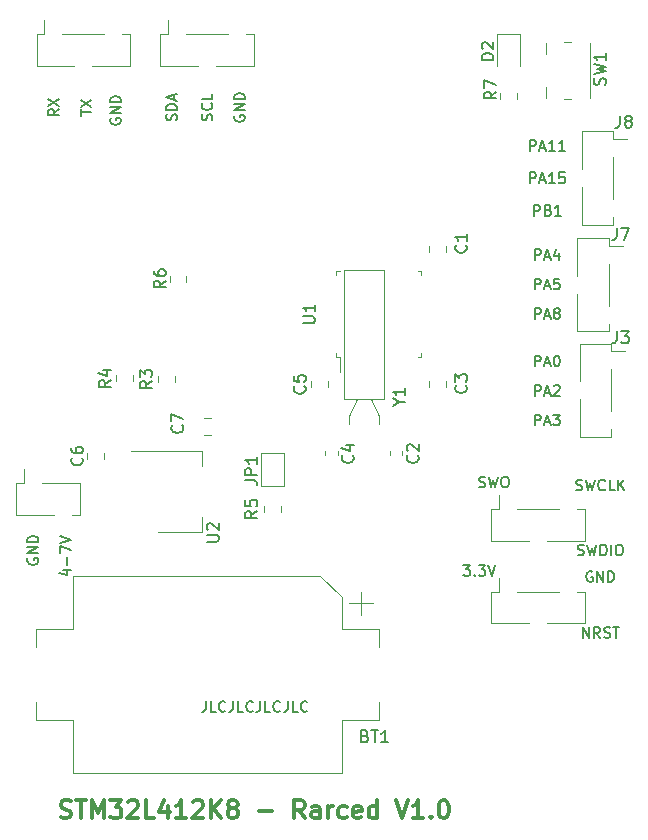
<source format=gbr>
%TF.GenerationSoftware,KiCad,Pcbnew,(5.1.6)-1*%
%TF.CreationDate,2021-01-08T17:07:44+01:00*%
%TF.ProjectId,stm32L412K8T6,73746d33-324c-4343-9132-4b3854362e6b,rev?*%
%TF.SameCoordinates,Original*%
%TF.FileFunction,Legend,Top*%
%TF.FilePolarity,Positive*%
%FSLAX46Y46*%
G04 Gerber Fmt 4.6, Leading zero omitted, Abs format (unit mm)*
G04 Created by KiCad (PCBNEW (5.1.6)-1) date 2021-01-08 17:07:44*
%MOMM*%
%LPD*%
G01*
G04 APERTURE LIST*
%ADD10C,0.150000*%
%ADD11C,0.300000*%
%ADD12C,0.120000*%
G04 APERTURE END LIST*
D10*
X134342857Y-116757142D02*
X134342857Y-117400000D01*
X134300000Y-117528571D01*
X134214285Y-117614285D01*
X134085714Y-117657142D01*
X134000000Y-117657142D01*
X135200000Y-117657142D02*
X134771428Y-117657142D01*
X134771428Y-116757142D01*
X136014285Y-117571428D02*
X135971428Y-117614285D01*
X135842857Y-117657142D01*
X135757142Y-117657142D01*
X135628571Y-117614285D01*
X135542857Y-117528571D01*
X135500000Y-117442857D01*
X135457142Y-117271428D01*
X135457142Y-117142857D01*
X135500000Y-116971428D01*
X135542857Y-116885714D01*
X135628571Y-116800000D01*
X135757142Y-116757142D01*
X135842857Y-116757142D01*
X135971428Y-116800000D01*
X136014285Y-116842857D01*
X136657142Y-116757142D02*
X136657142Y-117400000D01*
X136614285Y-117528571D01*
X136528571Y-117614285D01*
X136400000Y-117657142D01*
X136314285Y-117657142D01*
X137514285Y-117657142D02*
X137085714Y-117657142D01*
X137085714Y-116757142D01*
X138328571Y-117571428D02*
X138285714Y-117614285D01*
X138157142Y-117657142D01*
X138071428Y-117657142D01*
X137942857Y-117614285D01*
X137857142Y-117528571D01*
X137814285Y-117442857D01*
X137771428Y-117271428D01*
X137771428Y-117142857D01*
X137814285Y-116971428D01*
X137857142Y-116885714D01*
X137942857Y-116800000D01*
X138071428Y-116757142D01*
X138157142Y-116757142D01*
X138285714Y-116800000D01*
X138328571Y-116842857D01*
X138971428Y-116757142D02*
X138971428Y-117400000D01*
X138928571Y-117528571D01*
X138842857Y-117614285D01*
X138714285Y-117657142D01*
X138628571Y-117657142D01*
X139828571Y-117657142D02*
X139400000Y-117657142D01*
X139400000Y-116757142D01*
X140642857Y-117571428D02*
X140600000Y-117614285D01*
X140471428Y-117657142D01*
X140385714Y-117657142D01*
X140257142Y-117614285D01*
X140171428Y-117528571D01*
X140128571Y-117442857D01*
X140085714Y-117271428D01*
X140085714Y-117142857D01*
X140128571Y-116971428D01*
X140171428Y-116885714D01*
X140257142Y-116800000D01*
X140385714Y-116757142D01*
X140471428Y-116757142D01*
X140600000Y-116800000D01*
X140642857Y-116842857D01*
X141285714Y-116757142D02*
X141285714Y-117400000D01*
X141242857Y-117528571D01*
X141157142Y-117614285D01*
X141028571Y-117657142D01*
X140942857Y-117657142D01*
X142142857Y-117657142D02*
X141714285Y-117657142D01*
X141714285Y-116757142D01*
X142957142Y-117571428D02*
X142914285Y-117614285D01*
X142785714Y-117657142D01*
X142700000Y-117657142D01*
X142571428Y-117614285D01*
X142485714Y-117528571D01*
X142442857Y-117442857D01*
X142400000Y-117271428D01*
X142400000Y-117142857D01*
X142442857Y-116971428D01*
X142485714Y-116885714D01*
X142571428Y-116800000D01*
X142700000Y-116757142D01*
X142785714Y-116757142D01*
X142914285Y-116800000D01*
X142957142Y-116842857D01*
X136800000Y-67185714D02*
X136757142Y-67271428D01*
X136757142Y-67400000D01*
X136800000Y-67528571D01*
X136885714Y-67614285D01*
X136971428Y-67657142D01*
X137142857Y-67700000D01*
X137271428Y-67700000D01*
X137442857Y-67657142D01*
X137528571Y-67614285D01*
X137614285Y-67528571D01*
X137657142Y-67400000D01*
X137657142Y-67314285D01*
X137614285Y-67185714D01*
X137571428Y-67142857D01*
X137271428Y-67142857D01*
X137271428Y-67314285D01*
X137657142Y-66757142D02*
X136757142Y-66757142D01*
X137657142Y-66242857D01*
X136757142Y-66242857D01*
X137657142Y-65814285D02*
X136757142Y-65814285D01*
X136757142Y-65600000D01*
X136800000Y-65471428D01*
X136885714Y-65385714D01*
X136971428Y-65342857D01*
X137142857Y-65300000D01*
X137271428Y-65300000D01*
X137442857Y-65342857D01*
X137528571Y-65385714D01*
X137614285Y-65471428D01*
X137657142Y-65600000D01*
X137657142Y-65814285D01*
X134864285Y-67571428D02*
X134907142Y-67442857D01*
X134907142Y-67228571D01*
X134864285Y-67142857D01*
X134821428Y-67100000D01*
X134735714Y-67057142D01*
X134650000Y-67057142D01*
X134564285Y-67100000D01*
X134521428Y-67142857D01*
X134478571Y-67228571D01*
X134435714Y-67400000D01*
X134392857Y-67485714D01*
X134350000Y-67528571D01*
X134264285Y-67571428D01*
X134178571Y-67571428D01*
X134092857Y-67528571D01*
X134050000Y-67485714D01*
X134007142Y-67400000D01*
X134007142Y-67185714D01*
X134050000Y-67057142D01*
X134821428Y-66157142D02*
X134864285Y-66200000D01*
X134907142Y-66328571D01*
X134907142Y-66414285D01*
X134864285Y-66542857D01*
X134778571Y-66628571D01*
X134692857Y-66671428D01*
X134521428Y-66714285D01*
X134392857Y-66714285D01*
X134221428Y-66671428D01*
X134135714Y-66628571D01*
X134050000Y-66542857D01*
X134007142Y-66414285D01*
X134007142Y-66328571D01*
X134050000Y-66200000D01*
X134092857Y-66157142D01*
X134907142Y-65342857D02*
X134907142Y-65771428D01*
X134007142Y-65771428D01*
X131864285Y-67592857D02*
X131907142Y-67464285D01*
X131907142Y-67250000D01*
X131864285Y-67164285D01*
X131821428Y-67121428D01*
X131735714Y-67078571D01*
X131650000Y-67078571D01*
X131564285Y-67121428D01*
X131521428Y-67164285D01*
X131478571Y-67250000D01*
X131435714Y-67421428D01*
X131392857Y-67507142D01*
X131350000Y-67550000D01*
X131264285Y-67592857D01*
X131178571Y-67592857D01*
X131092857Y-67550000D01*
X131050000Y-67507142D01*
X131007142Y-67421428D01*
X131007142Y-67207142D01*
X131050000Y-67078571D01*
X131907142Y-66692857D02*
X131007142Y-66692857D01*
X131007142Y-66478571D01*
X131050000Y-66350000D01*
X131135714Y-66264285D01*
X131221428Y-66221428D01*
X131392857Y-66178571D01*
X131521428Y-66178571D01*
X131692857Y-66221428D01*
X131778571Y-66264285D01*
X131864285Y-66350000D01*
X131907142Y-66478571D01*
X131907142Y-66692857D01*
X131650000Y-65835714D02*
X131650000Y-65407142D01*
X131907142Y-65921428D02*
X131007142Y-65621428D01*
X131907142Y-65321428D01*
X126300000Y-67435714D02*
X126257142Y-67521428D01*
X126257142Y-67650000D01*
X126300000Y-67778571D01*
X126385714Y-67864285D01*
X126471428Y-67907142D01*
X126642857Y-67950000D01*
X126771428Y-67950000D01*
X126942857Y-67907142D01*
X127028571Y-67864285D01*
X127114285Y-67778571D01*
X127157142Y-67650000D01*
X127157142Y-67564285D01*
X127114285Y-67435714D01*
X127071428Y-67392857D01*
X126771428Y-67392857D01*
X126771428Y-67564285D01*
X127157142Y-67007142D02*
X126257142Y-67007142D01*
X127157142Y-66492857D01*
X126257142Y-66492857D01*
X127157142Y-66064285D02*
X126257142Y-66064285D01*
X126257142Y-65850000D01*
X126300000Y-65721428D01*
X126385714Y-65635714D01*
X126471428Y-65592857D01*
X126642857Y-65550000D01*
X126771428Y-65550000D01*
X126942857Y-65592857D01*
X127028571Y-65635714D01*
X127114285Y-65721428D01*
X127157142Y-65850000D01*
X127157142Y-66064285D01*
X123757142Y-67185714D02*
X123757142Y-66671428D01*
X124657142Y-66928571D02*
X123757142Y-66928571D01*
X123757142Y-66457142D02*
X124657142Y-65857142D01*
X123757142Y-65857142D02*
X124657142Y-66457142D01*
X121907142Y-66650000D02*
X121478571Y-66950000D01*
X121907142Y-67164285D02*
X121007142Y-67164285D01*
X121007142Y-66821428D01*
X121050000Y-66735714D01*
X121092857Y-66692857D01*
X121178571Y-66650000D01*
X121307142Y-66650000D01*
X121392857Y-66692857D01*
X121435714Y-66735714D01*
X121478571Y-66821428D01*
X121478571Y-67164285D01*
X121007142Y-66350000D02*
X121907142Y-65750000D01*
X121007142Y-65750000D02*
X121907142Y-66350000D01*
X119300000Y-104685714D02*
X119257142Y-104771428D01*
X119257142Y-104900000D01*
X119300000Y-105028571D01*
X119385714Y-105114285D01*
X119471428Y-105157142D01*
X119642857Y-105200000D01*
X119771428Y-105200000D01*
X119942857Y-105157142D01*
X120028571Y-105114285D01*
X120114285Y-105028571D01*
X120157142Y-104900000D01*
X120157142Y-104814285D01*
X120114285Y-104685714D01*
X120071428Y-104642857D01*
X119771428Y-104642857D01*
X119771428Y-104814285D01*
X120157142Y-104257142D02*
X119257142Y-104257142D01*
X120157142Y-103742857D01*
X119257142Y-103742857D01*
X120157142Y-103314285D02*
X119257142Y-103314285D01*
X119257142Y-103100000D01*
X119300000Y-102971428D01*
X119385714Y-102885714D01*
X119471428Y-102842857D01*
X119642857Y-102800000D01*
X119771428Y-102800000D01*
X119942857Y-102842857D01*
X120028571Y-102885714D01*
X120114285Y-102971428D01*
X120157142Y-103100000D01*
X120157142Y-103314285D01*
X122307142Y-105700000D02*
X122907142Y-105700000D01*
X121964285Y-105914285D02*
X122607142Y-106128571D01*
X122607142Y-105571428D01*
X122564285Y-105228571D02*
X122564285Y-104542857D01*
X122007142Y-104200000D02*
X122007142Y-103600000D01*
X122907142Y-103985714D01*
X122007142Y-103385714D02*
X122907142Y-103085714D01*
X122007142Y-102785714D01*
X161771428Y-72907142D02*
X161771428Y-72007142D01*
X162114285Y-72007142D01*
X162200000Y-72050000D01*
X162242857Y-72092857D01*
X162285714Y-72178571D01*
X162285714Y-72307142D01*
X162242857Y-72392857D01*
X162200000Y-72435714D01*
X162114285Y-72478571D01*
X161771428Y-72478571D01*
X162628571Y-72650000D02*
X163057142Y-72650000D01*
X162542857Y-72907142D02*
X162842857Y-72007142D01*
X163142857Y-72907142D01*
X163914285Y-72907142D02*
X163400000Y-72907142D01*
X163657142Y-72907142D02*
X163657142Y-72007142D01*
X163571428Y-72135714D01*
X163485714Y-72221428D01*
X163400000Y-72264285D01*
X164728571Y-72007142D02*
X164300000Y-72007142D01*
X164257142Y-72435714D01*
X164300000Y-72392857D01*
X164385714Y-72350000D01*
X164600000Y-72350000D01*
X164685714Y-72392857D01*
X164728571Y-72435714D01*
X164771428Y-72521428D01*
X164771428Y-72735714D01*
X164728571Y-72821428D01*
X164685714Y-72864285D01*
X164600000Y-72907142D01*
X164385714Y-72907142D01*
X164300000Y-72864285D01*
X164257142Y-72821428D01*
X161771428Y-70157142D02*
X161771428Y-69257142D01*
X162114285Y-69257142D01*
X162200000Y-69300000D01*
X162242857Y-69342857D01*
X162285714Y-69428571D01*
X162285714Y-69557142D01*
X162242857Y-69642857D01*
X162200000Y-69685714D01*
X162114285Y-69728571D01*
X161771428Y-69728571D01*
X162628571Y-69900000D02*
X163057142Y-69900000D01*
X162542857Y-70157142D02*
X162842857Y-69257142D01*
X163142857Y-70157142D01*
X163914285Y-70157142D02*
X163400000Y-70157142D01*
X163657142Y-70157142D02*
X163657142Y-69257142D01*
X163571428Y-69385714D01*
X163485714Y-69471428D01*
X163400000Y-69514285D01*
X164771428Y-70157142D02*
X164257142Y-70157142D01*
X164514285Y-70157142D02*
X164514285Y-69257142D01*
X164428571Y-69385714D01*
X164342857Y-69471428D01*
X164257142Y-69514285D01*
X162135714Y-75657142D02*
X162135714Y-74757142D01*
X162478571Y-74757142D01*
X162564285Y-74800000D01*
X162607142Y-74842857D01*
X162650000Y-74928571D01*
X162650000Y-75057142D01*
X162607142Y-75142857D01*
X162564285Y-75185714D01*
X162478571Y-75228571D01*
X162135714Y-75228571D01*
X163335714Y-75185714D02*
X163464285Y-75228571D01*
X163507142Y-75271428D01*
X163550000Y-75357142D01*
X163550000Y-75485714D01*
X163507142Y-75571428D01*
X163464285Y-75614285D01*
X163378571Y-75657142D01*
X163035714Y-75657142D01*
X163035714Y-74757142D01*
X163335714Y-74757142D01*
X163421428Y-74800000D01*
X163464285Y-74842857D01*
X163507142Y-74928571D01*
X163507142Y-75014285D01*
X163464285Y-75100000D01*
X163421428Y-75142857D01*
X163335714Y-75185714D01*
X163035714Y-75185714D01*
X164407142Y-75657142D02*
X163892857Y-75657142D01*
X164150000Y-75657142D02*
X164150000Y-74757142D01*
X164064285Y-74885714D01*
X163978571Y-74971428D01*
X163892857Y-75014285D01*
X162200000Y-84407142D02*
X162200000Y-83507142D01*
X162542857Y-83507142D01*
X162628571Y-83550000D01*
X162671428Y-83592857D01*
X162714285Y-83678571D01*
X162714285Y-83807142D01*
X162671428Y-83892857D01*
X162628571Y-83935714D01*
X162542857Y-83978571D01*
X162200000Y-83978571D01*
X163057142Y-84150000D02*
X163485714Y-84150000D01*
X162971428Y-84407142D02*
X163271428Y-83507142D01*
X163571428Y-84407142D01*
X164000000Y-83892857D02*
X163914285Y-83850000D01*
X163871428Y-83807142D01*
X163828571Y-83721428D01*
X163828571Y-83678571D01*
X163871428Y-83592857D01*
X163914285Y-83550000D01*
X164000000Y-83507142D01*
X164171428Y-83507142D01*
X164257142Y-83550000D01*
X164300000Y-83592857D01*
X164342857Y-83678571D01*
X164342857Y-83721428D01*
X164300000Y-83807142D01*
X164257142Y-83850000D01*
X164171428Y-83892857D01*
X164000000Y-83892857D01*
X163914285Y-83935714D01*
X163871428Y-83978571D01*
X163828571Y-84064285D01*
X163828571Y-84235714D01*
X163871428Y-84321428D01*
X163914285Y-84364285D01*
X164000000Y-84407142D01*
X164171428Y-84407142D01*
X164257142Y-84364285D01*
X164300000Y-84321428D01*
X164342857Y-84235714D01*
X164342857Y-84064285D01*
X164300000Y-83978571D01*
X164257142Y-83935714D01*
X164171428Y-83892857D01*
X162200000Y-81907142D02*
X162200000Y-81007142D01*
X162542857Y-81007142D01*
X162628571Y-81050000D01*
X162671428Y-81092857D01*
X162714285Y-81178571D01*
X162714285Y-81307142D01*
X162671428Y-81392857D01*
X162628571Y-81435714D01*
X162542857Y-81478571D01*
X162200000Y-81478571D01*
X163057142Y-81650000D02*
X163485714Y-81650000D01*
X162971428Y-81907142D02*
X163271428Y-81007142D01*
X163571428Y-81907142D01*
X164300000Y-81007142D02*
X163871428Y-81007142D01*
X163828571Y-81435714D01*
X163871428Y-81392857D01*
X163957142Y-81350000D01*
X164171428Y-81350000D01*
X164257142Y-81392857D01*
X164300000Y-81435714D01*
X164342857Y-81521428D01*
X164342857Y-81735714D01*
X164300000Y-81821428D01*
X164257142Y-81864285D01*
X164171428Y-81907142D01*
X163957142Y-81907142D01*
X163871428Y-81864285D01*
X163828571Y-81821428D01*
X162200000Y-79407142D02*
X162200000Y-78507142D01*
X162542857Y-78507142D01*
X162628571Y-78550000D01*
X162671428Y-78592857D01*
X162714285Y-78678571D01*
X162714285Y-78807142D01*
X162671428Y-78892857D01*
X162628571Y-78935714D01*
X162542857Y-78978571D01*
X162200000Y-78978571D01*
X163057142Y-79150000D02*
X163485714Y-79150000D01*
X162971428Y-79407142D02*
X163271428Y-78507142D01*
X163571428Y-79407142D01*
X164257142Y-78807142D02*
X164257142Y-79407142D01*
X164042857Y-78464285D02*
X163828571Y-79107142D01*
X164385714Y-79107142D01*
X162200000Y-88407142D02*
X162200000Y-87507142D01*
X162542857Y-87507142D01*
X162628571Y-87550000D01*
X162671428Y-87592857D01*
X162714285Y-87678571D01*
X162714285Y-87807142D01*
X162671428Y-87892857D01*
X162628571Y-87935714D01*
X162542857Y-87978571D01*
X162200000Y-87978571D01*
X163057142Y-88150000D02*
X163485714Y-88150000D01*
X162971428Y-88407142D02*
X163271428Y-87507142D01*
X163571428Y-88407142D01*
X164042857Y-87507142D02*
X164128571Y-87507142D01*
X164214285Y-87550000D01*
X164257142Y-87592857D01*
X164300000Y-87678571D01*
X164342857Y-87850000D01*
X164342857Y-88064285D01*
X164300000Y-88235714D01*
X164257142Y-88321428D01*
X164214285Y-88364285D01*
X164128571Y-88407142D01*
X164042857Y-88407142D01*
X163957142Y-88364285D01*
X163914285Y-88321428D01*
X163871428Y-88235714D01*
X163828571Y-88064285D01*
X163828571Y-87850000D01*
X163871428Y-87678571D01*
X163914285Y-87592857D01*
X163957142Y-87550000D01*
X164042857Y-87507142D01*
X162200000Y-90907142D02*
X162200000Y-90007142D01*
X162542857Y-90007142D01*
X162628571Y-90050000D01*
X162671428Y-90092857D01*
X162714285Y-90178571D01*
X162714285Y-90307142D01*
X162671428Y-90392857D01*
X162628571Y-90435714D01*
X162542857Y-90478571D01*
X162200000Y-90478571D01*
X163057142Y-90650000D02*
X163485714Y-90650000D01*
X162971428Y-90907142D02*
X163271428Y-90007142D01*
X163571428Y-90907142D01*
X163828571Y-90092857D02*
X163871428Y-90050000D01*
X163957142Y-90007142D01*
X164171428Y-90007142D01*
X164257142Y-90050000D01*
X164300000Y-90092857D01*
X164342857Y-90178571D01*
X164342857Y-90264285D01*
X164300000Y-90392857D01*
X163785714Y-90907142D01*
X164342857Y-90907142D01*
X162200000Y-93407142D02*
X162200000Y-92507142D01*
X162542857Y-92507142D01*
X162628571Y-92550000D01*
X162671428Y-92592857D01*
X162714285Y-92678571D01*
X162714285Y-92807142D01*
X162671428Y-92892857D01*
X162628571Y-92935714D01*
X162542857Y-92978571D01*
X162200000Y-92978571D01*
X163057142Y-93150000D02*
X163485714Y-93150000D01*
X162971428Y-93407142D02*
X163271428Y-92507142D01*
X163571428Y-93407142D01*
X163785714Y-92507142D02*
X164342857Y-92507142D01*
X164042857Y-92850000D01*
X164171428Y-92850000D01*
X164257142Y-92892857D01*
X164300000Y-92935714D01*
X164342857Y-93021428D01*
X164342857Y-93235714D01*
X164300000Y-93321428D01*
X164257142Y-93364285D01*
X164171428Y-93407142D01*
X163914285Y-93407142D01*
X163828571Y-93364285D01*
X163785714Y-93321428D01*
X157507142Y-98614285D02*
X157635714Y-98657142D01*
X157850000Y-98657142D01*
X157935714Y-98614285D01*
X157978571Y-98571428D01*
X158021428Y-98485714D01*
X158021428Y-98400000D01*
X157978571Y-98314285D01*
X157935714Y-98271428D01*
X157850000Y-98228571D01*
X157678571Y-98185714D01*
X157592857Y-98142857D01*
X157550000Y-98100000D01*
X157507142Y-98014285D01*
X157507142Y-97928571D01*
X157550000Y-97842857D01*
X157592857Y-97800000D01*
X157678571Y-97757142D01*
X157892857Y-97757142D01*
X158021428Y-97800000D01*
X158321428Y-97757142D02*
X158535714Y-98657142D01*
X158707142Y-98014285D01*
X158878571Y-98657142D01*
X159092857Y-97757142D01*
X159607142Y-97757142D02*
X159778571Y-97757142D01*
X159864285Y-97800000D01*
X159950000Y-97885714D01*
X159992857Y-98057142D01*
X159992857Y-98357142D01*
X159950000Y-98528571D01*
X159864285Y-98614285D01*
X159778571Y-98657142D01*
X159607142Y-98657142D01*
X159521428Y-98614285D01*
X159435714Y-98528571D01*
X159392857Y-98357142D01*
X159392857Y-98057142D01*
X159435714Y-97885714D01*
X159521428Y-97800000D01*
X159607142Y-97757142D01*
X165714285Y-98864285D02*
X165842857Y-98907142D01*
X166057142Y-98907142D01*
X166142857Y-98864285D01*
X166185714Y-98821428D01*
X166228571Y-98735714D01*
X166228571Y-98650000D01*
X166185714Y-98564285D01*
X166142857Y-98521428D01*
X166057142Y-98478571D01*
X165885714Y-98435714D01*
X165800000Y-98392857D01*
X165757142Y-98350000D01*
X165714285Y-98264285D01*
X165714285Y-98178571D01*
X165757142Y-98092857D01*
X165800000Y-98050000D01*
X165885714Y-98007142D01*
X166100000Y-98007142D01*
X166228571Y-98050000D01*
X166528571Y-98007142D02*
X166742857Y-98907142D01*
X166914285Y-98264285D01*
X167085714Y-98907142D01*
X167300000Y-98007142D01*
X168157142Y-98821428D02*
X168114285Y-98864285D01*
X167985714Y-98907142D01*
X167900000Y-98907142D01*
X167771428Y-98864285D01*
X167685714Y-98778571D01*
X167642857Y-98692857D01*
X167600000Y-98521428D01*
X167600000Y-98392857D01*
X167642857Y-98221428D01*
X167685714Y-98135714D01*
X167771428Y-98050000D01*
X167900000Y-98007142D01*
X167985714Y-98007142D01*
X168114285Y-98050000D01*
X168157142Y-98092857D01*
X168971428Y-98907142D02*
X168542857Y-98907142D01*
X168542857Y-98007142D01*
X169271428Y-98907142D02*
X169271428Y-98007142D01*
X169785714Y-98907142D02*
X169400000Y-98392857D01*
X169785714Y-98007142D02*
X169271428Y-98521428D01*
X165842857Y-104364285D02*
X165971428Y-104407142D01*
X166185714Y-104407142D01*
X166271428Y-104364285D01*
X166314285Y-104321428D01*
X166357142Y-104235714D01*
X166357142Y-104150000D01*
X166314285Y-104064285D01*
X166271428Y-104021428D01*
X166185714Y-103978571D01*
X166014285Y-103935714D01*
X165928571Y-103892857D01*
X165885714Y-103850000D01*
X165842857Y-103764285D01*
X165842857Y-103678571D01*
X165885714Y-103592857D01*
X165928571Y-103550000D01*
X166014285Y-103507142D01*
X166228571Y-103507142D01*
X166357142Y-103550000D01*
X166657142Y-103507142D02*
X166871428Y-104407142D01*
X167042857Y-103764285D01*
X167214285Y-104407142D01*
X167428571Y-103507142D01*
X167771428Y-104407142D02*
X167771428Y-103507142D01*
X167985714Y-103507142D01*
X168114285Y-103550000D01*
X168200000Y-103635714D01*
X168242857Y-103721428D01*
X168285714Y-103892857D01*
X168285714Y-104021428D01*
X168242857Y-104192857D01*
X168200000Y-104278571D01*
X168114285Y-104364285D01*
X167985714Y-104407142D01*
X167771428Y-104407142D01*
X168671428Y-104407142D02*
X168671428Y-103507142D01*
X169271428Y-103507142D02*
X169442857Y-103507142D01*
X169528571Y-103550000D01*
X169614285Y-103635714D01*
X169657142Y-103807142D01*
X169657142Y-104107142D01*
X169614285Y-104278571D01*
X169528571Y-104364285D01*
X169442857Y-104407142D01*
X169271428Y-104407142D01*
X169185714Y-104364285D01*
X169100000Y-104278571D01*
X169057142Y-104107142D01*
X169057142Y-103807142D01*
X169100000Y-103635714D01*
X169185714Y-103550000D01*
X169271428Y-103507142D01*
X166271428Y-111407142D02*
X166271428Y-110507142D01*
X166785714Y-111407142D01*
X166785714Y-110507142D01*
X167728571Y-111407142D02*
X167428571Y-110978571D01*
X167214285Y-111407142D02*
X167214285Y-110507142D01*
X167557142Y-110507142D01*
X167642857Y-110550000D01*
X167685714Y-110592857D01*
X167728571Y-110678571D01*
X167728571Y-110807142D01*
X167685714Y-110892857D01*
X167642857Y-110935714D01*
X167557142Y-110978571D01*
X167214285Y-110978571D01*
X168071428Y-111364285D02*
X168200000Y-111407142D01*
X168414285Y-111407142D01*
X168500000Y-111364285D01*
X168542857Y-111321428D01*
X168585714Y-111235714D01*
X168585714Y-111150000D01*
X168542857Y-111064285D01*
X168500000Y-111021428D01*
X168414285Y-110978571D01*
X168242857Y-110935714D01*
X168157142Y-110892857D01*
X168114285Y-110850000D01*
X168071428Y-110764285D01*
X168071428Y-110678571D01*
X168114285Y-110592857D01*
X168157142Y-110550000D01*
X168242857Y-110507142D01*
X168457142Y-110507142D01*
X168585714Y-110550000D01*
X168842857Y-110507142D02*
X169357142Y-110507142D01*
X169100000Y-111407142D02*
X169100000Y-110507142D01*
X167064285Y-105800000D02*
X166978571Y-105757142D01*
X166850000Y-105757142D01*
X166721428Y-105800000D01*
X166635714Y-105885714D01*
X166592857Y-105971428D01*
X166550000Y-106142857D01*
X166550000Y-106271428D01*
X166592857Y-106442857D01*
X166635714Y-106528571D01*
X166721428Y-106614285D01*
X166850000Y-106657142D01*
X166935714Y-106657142D01*
X167064285Y-106614285D01*
X167107142Y-106571428D01*
X167107142Y-106271428D01*
X166935714Y-106271428D01*
X167492857Y-106657142D02*
X167492857Y-105757142D01*
X168007142Y-106657142D01*
X168007142Y-105757142D01*
X168435714Y-106657142D02*
X168435714Y-105757142D01*
X168650000Y-105757142D01*
X168778571Y-105800000D01*
X168864285Y-105885714D01*
X168907142Y-105971428D01*
X168950000Y-106142857D01*
X168950000Y-106271428D01*
X168907142Y-106442857D01*
X168864285Y-106528571D01*
X168778571Y-106614285D01*
X168650000Y-106657142D01*
X168435714Y-106657142D01*
X156171428Y-105257142D02*
X156728571Y-105257142D01*
X156428571Y-105600000D01*
X156557142Y-105600000D01*
X156642857Y-105642857D01*
X156685714Y-105685714D01*
X156728571Y-105771428D01*
X156728571Y-105985714D01*
X156685714Y-106071428D01*
X156642857Y-106114285D01*
X156557142Y-106157142D01*
X156300000Y-106157142D01*
X156214285Y-106114285D01*
X156171428Y-106071428D01*
X157114285Y-106071428D02*
X157157142Y-106114285D01*
X157114285Y-106157142D01*
X157071428Y-106114285D01*
X157114285Y-106071428D01*
X157114285Y-106157142D01*
X157457142Y-105257142D02*
X158014285Y-105257142D01*
X157714285Y-105600000D01*
X157842857Y-105600000D01*
X157928571Y-105642857D01*
X157971428Y-105685714D01*
X158014285Y-105771428D01*
X158014285Y-105985714D01*
X157971428Y-106071428D01*
X157928571Y-106114285D01*
X157842857Y-106157142D01*
X157585714Y-106157142D01*
X157500000Y-106114285D01*
X157457142Y-106071428D01*
X158271428Y-105257142D02*
X158571428Y-106157142D01*
X158871428Y-105257142D01*
D11*
X122071428Y-126607142D02*
X122285714Y-126678571D01*
X122642857Y-126678571D01*
X122785714Y-126607142D01*
X122857142Y-126535714D01*
X122928571Y-126392857D01*
X122928571Y-126250000D01*
X122857142Y-126107142D01*
X122785714Y-126035714D01*
X122642857Y-125964285D01*
X122357142Y-125892857D01*
X122214285Y-125821428D01*
X122142857Y-125750000D01*
X122071428Y-125607142D01*
X122071428Y-125464285D01*
X122142857Y-125321428D01*
X122214285Y-125250000D01*
X122357142Y-125178571D01*
X122714285Y-125178571D01*
X122928571Y-125250000D01*
X123357142Y-125178571D02*
X124214285Y-125178571D01*
X123785714Y-126678571D02*
X123785714Y-125178571D01*
X124714285Y-126678571D02*
X124714285Y-125178571D01*
X125214285Y-126250000D01*
X125714285Y-125178571D01*
X125714285Y-126678571D01*
X126285714Y-125178571D02*
X127214285Y-125178571D01*
X126714285Y-125750000D01*
X126928571Y-125750000D01*
X127071428Y-125821428D01*
X127142857Y-125892857D01*
X127214285Y-126035714D01*
X127214285Y-126392857D01*
X127142857Y-126535714D01*
X127071428Y-126607142D01*
X126928571Y-126678571D01*
X126500000Y-126678571D01*
X126357142Y-126607142D01*
X126285714Y-126535714D01*
X127785714Y-125321428D02*
X127857142Y-125250000D01*
X128000000Y-125178571D01*
X128357142Y-125178571D01*
X128500000Y-125250000D01*
X128571428Y-125321428D01*
X128642857Y-125464285D01*
X128642857Y-125607142D01*
X128571428Y-125821428D01*
X127714285Y-126678571D01*
X128642857Y-126678571D01*
X130000000Y-126678571D02*
X129285714Y-126678571D01*
X129285714Y-125178571D01*
X131142857Y-125678571D02*
X131142857Y-126678571D01*
X130785714Y-125107142D02*
X130428571Y-126178571D01*
X131357142Y-126178571D01*
X132714285Y-126678571D02*
X131857142Y-126678571D01*
X132285714Y-126678571D02*
X132285714Y-125178571D01*
X132142857Y-125392857D01*
X132000000Y-125535714D01*
X131857142Y-125607142D01*
X133285714Y-125321428D02*
X133357142Y-125250000D01*
X133500000Y-125178571D01*
X133857142Y-125178571D01*
X134000000Y-125250000D01*
X134071428Y-125321428D01*
X134142857Y-125464285D01*
X134142857Y-125607142D01*
X134071428Y-125821428D01*
X133214285Y-126678571D01*
X134142857Y-126678571D01*
X134785714Y-126678571D02*
X134785714Y-125178571D01*
X135642857Y-126678571D02*
X135000000Y-125821428D01*
X135642857Y-125178571D02*
X134785714Y-126035714D01*
X136500000Y-125821428D02*
X136357142Y-125750000D01*
X136285714Y-125678571D01*
X136214285Y-125535714D01*
X136214285Y-125464285D01*
X136285714Y-125321428D01*
X136357142Y-125250000D01*
X136500000Y-125178571D01*
X136785714Y-125178571D01*
X136928571Y-125250000D01*
X137000000Y-125321428D01*
X137071428Y-125464285D01*
X137071428Y-125535714D01*
X137000000Y-125678571D01*
X136928571Y-125750000D01*
X136785714Y-125821428D01*
X136500000Y-125821428D01*
X136357142Y-125892857D01*
X136285714Y-125964285D01*
X136214285Y-126107142D01*
X136214285Y-126392857D01*
X136285714Y-126535714D01*
X136357142Y-126607142D01*
X136500000Y-126678571D01*
X136785714Y-126678571D01*
X136928571Y-126607142D01*
X137000000Y-126535714D01*
X137071428Y-126392857D01*
X137071428Y-126107142D01*
X137000000Y-125964285D01*
X136928571Y-125892857D01*
X136785714Y-125821428D01*
X138857142Y-126107142D02*
X140000000Y-126107142D01*
X142714285Y-126678571D02*
X142214285Y-125964285D01*
X141857142Y-126678571D02*
X141857142Y-125178571D01*
X142428571Y-125178571D01*
X142571428Y-125250000D01*
X142642857Y-125321428D01*
X142714285Y-125464285D01*
X142714285Y-125678571D01*
X142642857Y-125821428D01*
X142571428Y-125892857D01*
X142428571Y-125964285D01*
X141857142Y-125964285D01*
X144000000Y-126678571D02*
X144000000Y-125892857D01*
X143928571Y-125750000D01*
X143785714Y-125678571D01*
X143500000Y-125678571D01*
X143357142Y-125750000D01*
X144000000Y-126607142D02*
X143857142Y-126678571D01*
X143500000Y-126678571D01*
X143357142Y-126607142D01*
X143285714Y-126464285D01*
X143285714Y-126321428D01*
X143357142Y-126178571D01*
X143500000Y-126107142D01*
X143857142Y-126107142D01*
X144000000Y-126035714D01*
X144714285Y-126678571D02*
X144714285Y-125678571D01*
X144714285Y-125964285D02*
X144785714Y-125821428D01*
X144857142Y-125750000D01*
X145000000Y-125678571D01*
X145142857Y-125678571D01*
X146285714Y-126607142D02*
X146142857Y-126678571D01*
X145857142Y-126678571D01*
X145714285Y-126607142D01*
X145642857Y-126535714D01*
X145571428Y-126392857D01*
X145571428Y-125964285D01*
X145642857Y-125821428D01*
X145714285Y-125750000D01*
X145857142Y-125678571D01*
X146142857Y-125678571D01*
X146285714Y-125750000D01*
X147500000Y-126607142D02*
X147357142Y-126678571D01*
X147071428Y-126678571D01*
X146928571Y-126607142D01*
X146857142Y-126464285D01*
X146857142Y-125892857D01*
X146928571Y-125750000D01*
X147071428Y-125678571D01*
X147357142Y-125678571D01*
X147500000Y-125750000D01*
X147571428Y-125892857D01*
X147571428Y-126035714D01*
X146857142Y-126178571D01*
X148857142Y-126678571D02*
X148857142Y-125178571D01*
X148857142Y-126607142D02*
X148714285Y-126678571D01*
X148428571Y-126678571D01*
X148285714Y-126607142D01*
X148214285Y-126535714D01*
X148142857Y-126392857D01*
X148142857Y-125964285D01*
X148214285Y-125821428D01*
X148285714Y-125750000D01*
X148428571Y-125678571D01*
X148714285Y-125678571D01*
X148857142Y-125750000D01*
X150500000Y-125178571D02*
X151000000Y-126678571D01*
X151500000Y-125178571D01*
X152785714Y-126678571D02*
X151928571Y-126678571D01*
X152357142Y-126678571D02*
X152357142Y-125178571D01*
X152214285Y-125392857D01*
X152071428Y-125535714D01*
X151928571Y-125607142D01*
X153428571Y-126535714D02*
X153500000Y-126607142D01*
X153428571Y-126678571D01*
X153357142Y-126607142D01*
X153428571Y-126535714D01*
X153428571Y-126678571D01*
X154428571Y-125178571D02*
X154571428Y-125178571D01*
X154714285Y-125250000D01*
X154785714Y-125321428D01*
X154857142Y-125464285D01*
X154928571Y-125750000D01*
X154928571Y-126107142D01*
X154857142Y-126392857D01*
X154785714Y-126535714D01*
X154714285Y-126607142D01*
X154571428Y-126678571D01*
X154428571Y-126678571D01*
X154285714Y-126607142D01*
X154214285Y-126535714D01*
X154142857Y-126392857D01*
X154071428Y-126107142D01*
X154071428Y-125750000D01*
X154142857Y-125464285D01*
X154214285Y-125321428D01*
X154285714Y-125250000D01*
X154428571Y-125178571D01*
D12*
%TO.C,J8*%
X166170000Y-68530000D02*
X168830000Y-68530000D01*
X168830000Y-68530000D02*
X168830000Y-69200000D01*
X168830000Y-70720000D02*
X168830000Y-74280000D01*
X168830000Y-75800000D02*
X168830000Y-76470000D01*
X166170000Y-76470000D02*
X168830000Y-76470000D01*
X166170000Y-68530000D02*
X166170000Y-71740000D01*
X166170000Y-73260000D02*
X166170000Y-76470000D01*
X168830000Y-69200000D02*
X170040000Y-69200000D01*
%TO.C,J7*%
X165820000Y-77530000D02*
X168480000Y-77530000D01*
X168480000Y-77530000D02*
X168480000Y-78200000D01*
X168480000Y-79720000D02*
X168480000Y-83280000D01*
X168480000Y-84800000D02*
X168480000Y-85470000D01*
X165820000Y-85470000D02*
X168480000Y-85470000D01*
X165820000Y-77530000D02*
X165820000Y-80740000D01*
X165820000Y-82260000D02*
X165820000Y-85470000D01*
X168480000Y-78200000D02*
X169690000Y-78200000D01*
%TO.C,J3*%
X166020000Y-86490000D02*
X168680000Y-86490000D01*
X168680000Y-86490000D02*
X168680000Y-87160000D01*
X168680000Y-88680000D02*
X168680000Y-92240000D01*
X168680000Y-93760000D02*
X168680000Y-94430000D01*
X166020000Y-94430000D02*
X168680000Y-94430000D01*
X166020000Y-86490000D02*
X166020000Y-89700000D01*
X166020000Y-91220000D02*
X166020000Y-94430000D01*
X168680000Y-87160000D02*
X169890000Y-87160000D01*
%TO.C,Y1*%
X149430000Y-91200000D02*
X149430000Y-80300000D01*
X149430000Y-80300000D02*
X146030000Y-80300000D01*
X146030000Y-80300000D02*
X146030000Y-91200000D01*
X146030000Y-91200000D02*
X149430000Y-91200000D01*
X148330000Y-91200000D02*
X149000000Y-92600000D01*
X149000000Y-92600000D02*
X149000000Y-93300000D01*
X147130000Y-91200000D02*
X146460000Y-92600000D01*
X146460000Y-92600000D02*
X146460000Y-93300000D01*
%TO.C,U2*%
X134060000Y-102410000D02*
X134060000Y-101150000D01*
X134060000Y-95590000D02*
X134060000Y-96850000D01*
X130300000Y-102410000D02*
X134060000Y-102410000D01*
X128050000Y-95590000D02*
X134060000Y-95590000D01*
%TO.C,U1*%
X152610000Y-80690000D02*
X152610000Y-80390000D01*
X152610000Y-80390000D02*
X152310000Y-80390000D01*
X152610000Y-87310000D02*
X152610000Y-87610000D01*
X152610000Y-87610000D02*
X152310000Y-87610000D01*
X145390000Y-80690000D02*
X145390000Y-80390000D01*
X145390000Y-80390000D02*
X145690000Y-80390000D01*
X145390000Y-87310000D02*
X145390000Y-87610000D01*
X145390000Y-87610000D02*
X145690000Y-87610000D01*
X145690000Y-87610000D02*
X145690000Y-88925000D01*
%TO.C,SW1*%
X163150000Y-61025000D02*
X163150000Y-61950000D01*
X166850000Y-61025000D02*
X166850000Y-65725000D01*
X165275000Y-65825000D02*
X164725000Y-65825000D01*
X165275000Y-60925000D02*
X164725000Y-60925000D01*
X163150000Y-64800000D02*
X163150000Y-65725000D01*
%TO.C,R7*%
X159290000Y-65758578D02*
X159290000Y-65241422D01*
X160710000Y-65758578D02*
X160710000Y-65241422D01*
%TO.C,R6*%
X132710000Y-80803922D02*
X132710000Y-81321078D01*
X131290000Y-80803922D02*
X131290000Y-81321078D01*
%TO.C,R5*%
X140710000Y-100241422D02*
X140710000Y-100758578D01*
X139290000Y-100241422D02*
X139290000Y-100758578D01*
%TO.C,R4*%
X126790000Y-89696078D02*
X126790000Y-89178922D01*
X128210000Y-89696078D02*
X128210000Y-89178922D01*
%TO.C,R3*%
X130290000Y-89758578D02*
X130290000Y-89241422D01*
X131710000Y-89758578D02*
X131710000Y-89241422D01*
%TO.C,JP1*%
X139000000Y-95750000D02*
X141000000Y-95750000D01*
X139000000Y-98550000D02*
X139000000Y-95750000D01*
X141000000Y-98550000D02*
X139000000Y-98550000D01*
X141000000Y-95750000D02*
X141000000Y-98550000D01*
%TO.C,J6*%
X158530000Y-103180000D02*
X158530000Y-100520000D01*
X158530000Y-100520000D02*
X159200000Y-100520000D01*
X160720000Y-100520000D02*
X164280000Y-100520000D01*
X165800000Y-100520000D02*
X166470000Y-100520000D01*
X166470000Y-103180000D02*
X166470000Y-100520000D01*
X158530000Y-103180000D02*
X161740000Y-103180000D01*
X163260000Y-103180000D02*
X166470000Y-103180000D01*
X159200000Y-100520000D02*
X159200000Y-99310000D01*
%TO.C,J5*%
X130490000Y-62980000D02*
X130490000Y-60320000D01*
X130490000Y-60320000D02*
X131160000Y-60320000D01*
X132680000Y-60320000D02*
X136240000Y-60320000D01*
X137760000Y-60320000D02*
X138430000Y-60320000D01*
X138430000Y-62980000D02*
X138430000Y-60320000D01*
X130490000Y-62980000D02*
X133700000Y-62980000D01*
X135220000Y-62980000D02*
X138430000Y-62980000D01*
X131160000Y-60320000D02*
X131160000Y-59110000D01*
%TO.C,J4*%
X158530000Y-110180000D02*
X158530000Y-107520000D01*
X158530000Y-107520000D02*
X159200000Y-107520000D01*
X160720000Y-107520000D02*
X164280000Y-107520000D01*
X165800000Y-107520000D02*
X166470000Y-107520000D01*
X166470000Y-110180000D02*
X166470000Y-107520000D01*
X158530000Y-110180000D02*
X161740000Y-110180000D01*
X163260000Y-110180000D02*
X166470000Y-110180000D01*
X159200000Y-107520000D02*
X159200000Y-106310000D01*
%TO.C,J2*%
X120030000Y-62980000D02*
X120030000Y-60320000D01*
X120030000Y-60320000D02*
X120700000Y-60320000D01*
X122220000Y-60320000D02*
X125780000Y-60320000D01*
X127300000Y-60320000D02*
X127970000Y-60320000D01*
X127970000Y-62980000D02*
X127970000Y-60320000D01*
X120030000Y-62980000D02*
X123240000Y-62980000D01*
X124760000Y-62980000D02*
X127970000Y-62980000D01*
X120700000Y-60320000D02*
X120700000Y-59110000D01*
%TO.C,J1*%
X118300000Y-100980000D02*
X118300000Y-98320000D01*
X118300000Y-98320000D02*
X118970000Y-98320000D01*
X120490000Y-98320000D02*
X123700000Y-98320000D01*
X123700000Y-100980000D02*
X123700000Y-98320000D01*
X118300000Y-100980000D02*
X121510000Y-100980000D01*
X123030000Y-100980000D02*
X123700000Y-100980000D01*
X118970000Y-98320000D02*
X118970000Y-97110000D01*
%TO.C,D2*%
X160960000Y-63000000D02*
X160960000Y-60315000D01*
X160960000Y-60315000D02*
X159040000Y-60315000D01*
X159040000Y-60315000D02*
X159040000Y-63000000D01*
%TO.C,C7*%
X134241422Y-92790000D02*
X134758578Y-92790000D01*
X134241422Y-94210000D02*
X134758578Y-94210000D01*
%TO.C,C6*%
X124290000Y-96258578D02*
X124290000Y-95741422D01*
X125710000Y-96258578D02*
X125710000Y-95741422D01*
%TO.C,C5*%
X143290000Y-90196078D02*
X143290000Y-89678922D01*
X144710000Y-90196078D02*
X144710000Y-89678922D01*
%TO.C,C4*%
X145510000Y-95624721D02*
X145510000Y-95950279D01*
X144490000Y-95624721D02*
X144490000Y-95950279D01*
%TO.C,C3*%
X153290000Y-90196078D02*
X153290000Y-89678922D01*
X154710000Y-90196078D02*
X154710000Y-89678922D01*
%TO.C,C2*%
X151010000Y-95624721D02*
X151010000Y-95950279D01*
X149990000Y-95624721D02*
X149990000Y-95950279D01*
%TO.C,C1*%
X153290000Y-78758578D02*
X153290000Y-78241422D01*
X154710000Y-78758578D02*
X154710000Y-78241422D01*
%TO.C,BT1*%
X123150000Y-110650000D02*
X119950000Y-110650000D01*
X119950000Y-110650000D02*
X119950000Y-112200000D01*
X123150000Y-106150000D02*
X123150000Y-110650000D01*
X123150000Y-106150000D02*
X144050000Y-106150000D01*
X145850000Y-107950000D02*
X145850000Y-110650000D01*
X144050000Y-106150000D02*
X145850000Y-107950000D01*
X145850000Y-110650000D02*
X149050000Y-110650000D01*
X149050000Y-110650000D02*
X149050000Y-112200000D01*
X145850000Y-118350000D02*
X149050000Y-118350000D01*
X149050000Y-118350000D02*
X149050000Y-116800000D01*
X123150000Y-118350000D02*
X119950000Y-118350000D01*
X119950000Y-118350000D02*
X119950000Y-116800000D01*
X145850000Y-122850000D02*
X123150000Y-122850000D01*
X145850000Y-122850000D02*
X145850000Y-118350000D01*
X123150000Y-122850000D02*
X123150000Y-118350000D01*
X147500000Y-109500000D02*
X147500000Y-107500000D01*
X146500000Y-108500000D02*
X148500000Y-108500000D01*
%TO.C,J8*%
D10*
X169416666Y-67202380D02*
X169416666Y-67916666D01*
X169369047Y-68059523D01*
X169273809Y-68154761D01*
X169130952Y-68202380D01*
X169035714Y-68202380D01*
X170035714Y-67630952D02*
X169940476Y-67583333D01*
X169892857Y-67535714D01*
X169845238Y-67440476D01*
X169845238Y-67392857D01*
X169892857Y-67297619D01*
X169940476Y-67250000D01*
X170035714Y-67202380D01*
X170226190Y-67202380D01*
X170321428Y-67250000D01*
X170369047Y-67297619D01*
X170416666Y-67392857D01*
X170416666Y-67440476D01*
X170369047Y-67535714D01*
X170321428Y-67583333D01*
X170226190Y-67630952D01*
X170035714Y-67630952D01*
X169940476Y-67678571D01*
X169892857Y-67726190D01*
X169845238Y-67821428D01*
X169845238Y-68011904D01*
X169892857Y-68107142D01*
X169940476Y-68154761D01*
X170035714Y-68202380D01*
X170226190Y-68202380D01*
X170321428Y-68154761D01*
X170369047Y-68107142D01*
X170416666Y-68011904D01*
X170416666Y-67821428D01*
X170369047Y-67726190D01*
X170321428Y-67678571D01*
X170226190Y-67630952D01*
%TO.C,J7*%
X169166666Y-76702380D02*
X169166666Y-77416666D01*
X169119047Y-77559523D01*
X169023809Y-77654761D01*
X168880952Y-77702380D01*
X168785714Y-77702380D01*
X169547619Y-76702380D02*
X170214285Y-76702380D01*
X169785714Y-77702380D01*
%TO.C,J3*%
X169166666Y-85452380D02*
X169166666Y-86166666D01*
X169119047Y-86309523D01*
X169023809Y-86404761D01*
X168880952Y-86452380D01*
X168785714Y-86452380D01*
X169547619Y-85452380D02*
X170166666Y-85452380D01*
X169833333Y-85833333D01*
X169976190Y-85833333D01*
X170071428Y-85880952D01*
X170119047Y-85928571D01*
X170166666Y-86023809D01*
X170166666Y-86261904D01*
X170119047Y-86357142D01*
X170071428Y-86404761D01*
X169976190Y-86452380D01*
X169690476Y-86452380D01*
X169595238Y-86404761D01*
X169547619Y-86357142D01*
%TO.C,Y1*%
X150726190Y-91476190D02*
X151202380Y-91476190D01*
X150202380Y-91809523D02*
X150726190Y-91476190D01*
X150202380Y-91142857D01*
X151202380Y-90285714D02*
X151202380Y-90857142D01*
X151202380Y-90571428D02*
X150202380Y-90571428D01*
X150345238Y-90666666D01*
X150440476Y-90761904D01*
X150488095Y-90857142D01*
%TO.C,U2*%
X134452380Y-103261904D02*
X135261904Y-103261904D01*
X135357142Y-103214285D01*
X135404761Y-103166666D01*
X135452380Y-103071428D01*
X135452380Y-102880952D01*
X135404761Y-102785714D01*
X135357142Y-102738095D01*
X135261904Y-102690476D01*
X134452380Y-102690476D01*
X134547619Y-102261904D02*
X134500000Y-102214285D01*
X134452380Y-102119047D01*
X134452380Y-101880952D01*
X134500000Y-101785714D01*
X134547619Y-101738095D01*
X134642857Y-101690476D01*
X134738095Y-101690476D01*
X134880952Y-101738095D01*
X135452380Y-102309523D01*
X135452380Y-101690476D01*
%TO.C,U1*%
X142572380Y-84761904D02*
X143381904Y-84761904D01*
X143477142Y-84714285D01*
X143524761Y-84666666D01*
X143572380Y-84571428D01*
X143572380Y-84380952D01*
X143524761Y-84285714D01*
X143477142Y-84238095D01*
X143381904Y-84190476D01*
X142572380Y-84190476D01*
X143572380Y-83190476D02*
X143572380Y-83761904D01*
X143572380Y-83476190D02*
X142572380Y-83476190D01*
X142715238Y-83571428D01*
X142810476Y-83666666D01*
X142858095Y-83761904D01*
%TO.C,SW1*%
X168154761Y-64583333D02*
X168202380Y-64440476D01*
X168202380Y-64202380D01*
X168154761Y-64107142D01*
X168107142Y-64059523D01*
X168011904Y-64011904D01*
X167916666Y-64011904D01*
X167821428Y-64059523D01*
X167773809Y-64107142D01*
X167726190Y-64202380D01*
X167678571Y-64392857D01*
X167630952Y-64488095D01*
X167583333Y-64535714D01*
X167488095Y-64583333D01*
X167392857Y-64583333D01*
X167297619Y-64535714D01*
X167250000Y-64488095D01*
X167202380Y-64392857D01*
X167202380Y-64154761D01*
X167250000Y-64011904D01*
X167202380Y-63678571D02*
X168202380Y-63440476D01*
X167488095Y-63250000D01*
X168202380Y-63059523D01*
X167202380Y-62821428D01*
X168202380Y-61916666D02*
X168202380Y-62488095D01*
X168202380Y-62202380D02*
X167202380Y-62202380D01*
X167345238Y-62297619D01*
X167440476Y-62392857D01*
X167488095Y-62488095D01*
%TO.C,R7*%
X158952380Y-65166666D02*
X158476190Y-65500000D01*
X158952380Y-65738095D02*
X157952380Y-65738095D01*
X157952380Y-65357142D01*
X158000000Y-65261904D01*
X158047619Y-65214285D01*
X158142857Y-65166666D01*
X158285714Y-65166666D01*
X158380952Y-65214285D01*
X158428571Y-65261904D01*
X158476190Y-65357142D01*
X158476190Y-65738095D01*
X157952380Y-64833333D02*
X157952380Y-64166666D01*
X158952380Y-64595238D01*
%TO.C,R6*%
X130952380Y-81166666D02*
X130476190Y-81500000D01*
X130952380Y-81738095D02*
X129952380Y-81738095D01*
X129952380Y-81357142D01*
X130000000Y-81261904D01*
X130047619Y-81214285D01*
X130142857Y-81166666D01*
X130285714Y-81166666D01*
X130380952Y-81214285D01*
X130428571Y-81261904D01*
X130476190Y-81357142D01*
X130476190Y-81738095D01*
X129952380Y-80309523D02*
X129952380Y-80500000D01*
X130000000Y-80595238D01*
X130047619Y-80642857D01*
X130190476Y-80738095D01*
X130380952Y-80785714D01*
X130761904Y-80785714D01*
X130857142Y-80738095D01*
X130904761Y-80690476D01*
X130952380Y-80595238D01*
X130952380Y-80404761D01*
X130904761Y-80309523D01*
X130857142Y-80261904D01*
X130761904Y-80214285D01*
X130523809Y-80214285D01*
X130428571Y-80261904D01*
X130380952Y-80309523D01*
X130333333Y-80404761D01*
X130333333Y-80595238D01*
X130380952Y-80690476D01*
X130428571Y-80738095D01*
X130523809Y-80785714D01*
%TO.C,R5*%
X138702380Y-100666666D02*
X138226190Y-101000000D01*
X138702380Y-101238095D02*
X137702380Y-101238095D01*
X137702380Y-100857142D01*
X137750000Y-100761904D01*
X137797619Y-100714285D01*
X137892857Y-100666666D01*
X138035714Y-100666666D01*
X138130952Y-100714285D01*
X138178571Y-100761904D01*
X138226190Y-100857142D01*
X138226190Y-101238095D01*
X137702380Y-99761904D02*
X137702380Y-100238095D01*
X138178571Y-100285714D01*
X138130952Y-100238095D01*
X138083333Y-100142857D01*
X138083333Y-99904761D01*
X138130952Y-99809523D01*
X138178571Y-99761904D01*
X138273809Y-99714285D01*
X138511904Y-99714285D01*
X138607142Y-99761904D01*
X138654761Y-99809523D01*
X138702380Y-99904761D01*
X138702380Y-100142857D01*
X138654761Y-100238095D01*
X138607142Y-100285714D01*
%TO.C,R4*%
X126302380Y-89604166D02*
X125826190Y-89937500D01*
X126302380Y-90175595D02*
X125302380Y-90175595D01*
X125302380Y-89794642D01*
X125350000Y-89699404D01*
X125397619Y-89651785D01*
X125492857Y-89604166D01*
X125635714Y-89604166D01*
X125730952Y-89651785D01*
X125778571Y-89699404D01*
X125826190Y-89794642D01*
X125826190Y-90175595D01*
X125635714Y-88747023D02*
X126302380Y-88747023D01*
X125254761Y-88985119D02*
X125969047Y-89223214D01*
X125969047Y-88604166D01*
%TO.C,R3*%
X129802380Y-89666666D02*
X129326190Y-90000000D01*
X129802380Y-90238095D02*
X128802380Y-90238095D01*
X128802380Y-89857142D01*
X128850000Y-89761904D01*
X128897619Y-89714285D01*
X128992857Y-89666666D01*
X129135714Y-89666666D01*
X129230952Y-89714285D01*
X129278571Y-89761904D01*
X129326190Y-89857142D01*
X129326190Y-90238095D01*
X128802380Y-89333333D02*
X128802380Y-88714285D01*
X129183333Y-89047619D01*
X129183333Y-88904761D01*
X129230952Y-88809523D01*
X129278571Y-88761904D01*
X129373809Y-88714285D01*
X129611904Y-88714285D01*
X129707142Y-88761904D01*
X129754761Y-88809523D01*
X129802380Y-88904761D01*
X129802380Y-89190476D01*
X129754761Y-89285714D01*
X129707142Y-89333333D01*
%TO.C,JP1*%
X137702380Y-98083333D02*
X138416666Y-98083333D01*
X138559523Y-98130952D01*
X138654761Y-98226190D01*
X138702380Y-98369047D01*
X138702380Y-98464285D01*
X138702380Y-97607142D02*
X137702380Y-97607142D01*
X137702380Y-97226190D01*
X137750000Y-97130952D01*
X137797619Y-97083333D01*
X137892857Y-97035714D01*
X138035714Y-97035714D01*
X138130952Y-97083333D01*
X138178571Y-97130952D01*
X138226190Y-97226190D01*
X138226190Y-97607142D01*
X138702380Y-96083333D02*
X138702380Y-96654761D01*
X138702380Y-96369047D02*
X137702380Y-96369047D01*
X137845238Y-96464285D01*
X137940476Y-96559523D01*
X137988095Y-96654761D01*
%TO.C,D2*%
X158702380Y-62488095D02*
X157702380Y-62488095D01*
X157702380Y-62250000D01*
X157750000Y-62107142D01*
X157845238Y-62011904D01*
X157940476Y-61964285D01*
X158130952Y-61916666D01*
X158273809Y-61916666D01*
X158464285Y-61964285D01*
X158559523Y-62011904D01*
X158654761Y-62107142D01*
X158702380Y-62250000D01*
X158702380Y-62488095D01*
X157797619Y-61535714D02*
X157750000Y-61488095D01*
X157702380Y-61392857D01*
X157702380Y-61154761D01*
X157750000Y-61059523D01*
X157797619Y-61011904D01*
X157892857Y-60964285D01*
X157988095Y-60964285D01*
X158130952Y-61011904D01*
X158702380Y-61583333D01*
X158702380Y-60964285D01*
%TO.C,C7*%
X132357142Y-93416666D02*
X132404761Y-93464285D01*
X132452380Y-93607142D01*
X132452380Y-93702380D01*
X132404761Y-93845238D01*
X132309523Y-93940476D01*
X132214285Y-93988095D01*
X132023809Y-94035714D01*
X131880952Y-94035714D01*
X131690476Y-93988095D01*
X131595238Y-93940476D01*
X131500000Y-93845238D01*
X131452380Y-93702380D01*
X131452380Y-93607142D01*
X131500000Y-93464285D01*
X131547619Y-93416666D01*
X131452380Y-93083333D02*
X131452380Y-92416666D01*
X132452380Y-92845238D01*
%TO.C,C6*%
X123857142Y-96166666D02*
X123904761Y-96214285D01*
X123952380Y-96357142D01*
X123952380Y-96452380D01*
X123904761Y-96595238D01*
X123809523Y-96690476D01*
X123714285Y-96738095D01*
X123523809Y-96785714D01*
X123380952Y-96785714D01*
X123190476Y-96738095D01*
X123095238Y-96690476D01*
X123000000Y-96595238D01*
X122952380Y-96452380D01*
X122952380Y-96357142D01*
X123000000Y-96214285D01*
X123047619Y-96166666D01*
X122952380Y-95309523D02*
X122952380Y-95500000D01*
X123000000Y-95595238D01*
X123047619Y-95642857D01*
X123190476Y-95738095D01*
X123380952Y-95785714D01*
X123761904Y-95785714D01*
X123857142Y-95738095D01*
X123904761Y-95690476D01*
X123952380Y-95595238D01*
X123952380Y-95404761D01*
X123904761Y-95309523D01*
X123857142Y-95261904D01*
X123761904Y-95214285D01*
X123523809Y-95214285D01*
X123428571Y-95261904D01*
X123380952Y-95309523D01*
X123333333Y-95404761D01*
X123333333Y-95595238D01*
X123380952Y-95690476D01*
X123428571Y-95738095D01*
X123523809Y-95785714D01*
%TO.C,C5*%
X142707142Y-90104166D02*
X142754761Y-90151785D01*
X142802380Y-90294642D01*
X142802380Y-90389880D01*
X142754761Y-90532738D01*
X142659523Y-90627976D01*
X142564285Y-90675595D01*
X142373809Y-90723214D01*
X142230952Y-90723214D01*
X142040476Y-90675595D01*
X141945238Y-90627976D01*
X141850000Y-90532738D01*
X141802380Y-90389880D01*
X141802380Y-90294642D01*
X141850000Y-90151785D01*
X141897619Y-90104166D01*
X141802380Y-89199404D02*
X141802380Y-89675595D01*
X142278571Y-89723214D01*
X142230952Y-89675595D01*
X142183333Y-89580357D01*
X142183333Y-89342261D01*
X142230952Y-89247023D01*
X142278571Y-89199404D01*
X142373809Y-89151785D01*
X142611904Y-89151785D01*
X142707142Y-89199404D01*
X142754761Y-89247023D01*
X142802380Y-89342261D01*
X142802380Y-89580357D01*
X142754761Y-89675595D01*
X142707142Y-89723214D01*
%TO.C,C4*%
X146787142Y-95954166D02*
X146834761Y-96001785D01*
X146882380Y-96144642D01*
X146882380Y-96239880D01*
X146834761Y-96382738D01*
X146739523Y-96477976D01*
X146644285Y-96525595D01*
X146453809Y-96573214D01*
X146310952Y-96573214D01*
X146120476Y-96525595D01*
X146025238Y-96477976D01*
X145930000Y-96382738D01*
X145882380Y-96239880D01*
X145882380Y-96144642D01*
X145930000Y-96001785D01*
X145977619Y-95954166D01*
X146215714Y-95097023D02*
X146882380Y-95097023D01*
X145834761Y-95335119D02*
X146549047Y-95573214D01*
X146549047Y-94954166D01*
%TO.C,C3*%
X156357142Y-90041666D02*
X156404761Y-90089285D01*
X156452380Y-90232142D01*
X156452380Y-90327380D01*
X156404761Y-90470238D01*
X156309523Y-90565476D01*
X156214285Y-90613095D01*
X156023809Y-90660714D01*
X155880952Y-90660714D01*
X155690476Y-90613095D01*
X155595238Y-90565476D01*
X155500000Y-90470238D01*
X155452380Y-90327380D01*
X155452380Y-90232142D01*
X155500000Y-90089285D01*
X155547619Y-90041666D01*
X155452380Y-89708333D02*
X155452380Y-89089285D01*
X155833333Y-89422619D01*
X155833333Y-89279761D01*
X155880952Y-89184523D01*
X155928571Y-89136904D01*
X156023809Y-89089285D01*
X156261904Y-89089285D01*
X156357142Y-89136904D01*
X156404761Y-89184523D01*
X156452380Y-89279761D01*
X156452380Y-89565476D01*
X156404761Y-89660714D01*
X156357142Y-89708333D01*
%TO.C,C2*%
X152287142Y-95954166D02*
X152334761Y-96001785D01*
X152382380Y-96144642D01*
X152382380Y-96239880D01*
X152334761Y-96382738D01*
X152239523Y-96477976D01*
X152144285Y-96525595D01*
X151953809Y-96573214D01*
X151810952Y-96573214D01*
X151620476Y-96525595D01*
X151525238Y-96477976D01*
X151430000Y-96382738D01*
X151382380Y-96239880D01*
X151382380Y-96144642D01*
X151430000Y-96001785D01*
X151477619Y-95954166D01*
X151477619Y-95573214D02*
X151430000Y-95525595D01*
X151382380Y-95430357D01*
X151382380Y-95192261D01*
X151430000Y-95097023D01*
X151477619Y-95049404D01*
X151572857Y-95001785D01*
X151668095Y-95001785D01*
X151810952Y-95049404D01*
X152382380Y-95620833D01*
X152382380Y-95001785D01*
%TO.C,C1*%
X156357142Y-78166666D02*
X156404761Y-78214285D01*
X156452380Y-78357142D01*
X156452380Y-78452380D01*
X156404761Y-78595238D01*
X156309523Y-78690476D01*
X156214285Y-78738095D01*
X156023809Y-78785714D01*
X155880952Y-78785714D01*
X155690476Y-78738095D01*
X155595238Y-78690476D01*
X155500000Y-78595238D01*
X155452380Y-78452380D01*
X155452380Y-78357142D01*
X155500000Y-78214285D01*
X155547619Y-78166666D01*
X156452380Y-77214285D02*
X156452380Y-77785714D01*
X156452380Y-77500000D02*
X155452380Y-77500000D01*
X155595238Y-77595238D01*
X155690476Y-77690476D01*
X155738095Y-77785714D01*
%TO.C,BT1*%
X147839285Y-119728571D02*
X147982142Y-119776190D01*
X148029761Y-119823809D01*
X148077380Y-119919047D01*
X148077380Y-120061904D01*
X148029761Y-120157142D01*
X147982142Y-120204761D01*
X147886904Y-120252380D01*
X147505952Y-120252380D01*
X147505952Y-119252380D01*
X147839285Y-119252380D01*
X147934523Y-119300000D01*
X147982142Y-119347619D01*
X148029761Y-119442857D01*
X148029761Y-119538095D01*
X147982142Y-119633333D01*
X147934523Y-119680952D01*
X147839285Y-119728571D01*
X147505952Y-119728571D01*
X148363095Y-119252380D02*
X148934523Y-119252380D01*
X148648809Y-120252380D02*
X148648809Y-119252380D01*
X149791666Y-120252380D02*
X149220238Y-120252380D01*
X149505952Y-120252380D02*
X149505952Y-119252380D01*
X149410714Y-119395238D01*
X149315476Y-119490476D01*
X149220238Y-119538095D01*
%TD*%
M02*

</source>
